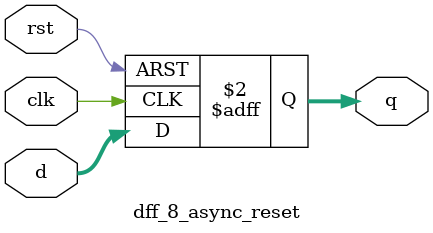
<source format=v>
`timescale 1ns/1ps

module dff_8_async_reset(
    input clk,
    input rst,
    input [7:0] d,
    output reg [7:0] q
);

always @(posedge clk or posedge rst) begin
    if (rst)
        q <= 8'b00000000;
    else
        q <= d;
end

endmodule
</source>
